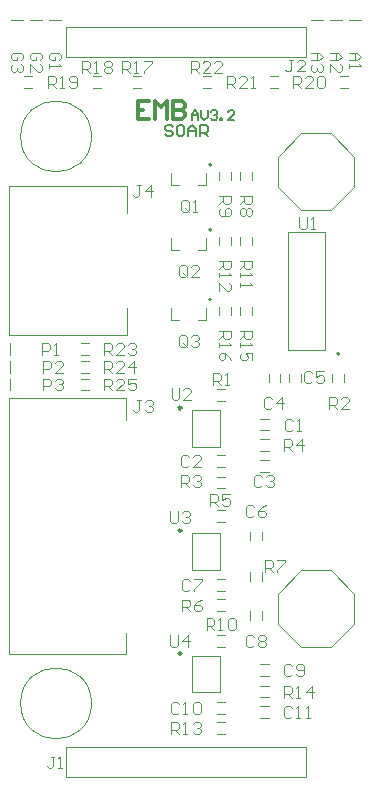
<source format=gto>
G04*
G04 #@! TF.GenerationSoftware,Altium Limited,Altium Designer,20.0.11 (256)*
G04*
G04 Layer_Color=65535*
%FSLAX44Y44*%
%MOMM*%
G71*
G01*
G75*
%ADD10C,0.1000*%
%ADD11C,0.2500*%
%ADD12C,0.2000*%
%ADD13C,0.3000*%
D10*
X70000Y550000D02*
G03*
X70000Y550000I-30000J0D01*
G01*
Y70000D02*
G03*
X70000Y70000I-30000J0D01*
G01*
X99750Y381750D02*
Y404600D01*
X500Y381750D02*
X99750D01*
X500D02*
Y508250D01*
X99750D01*
Y485400D02*
Y508250D01*
X99500Y130000D02*
X99500Y130000D01*
Y111750D02*
Y130000D01*
X99500Y310000D02*
X99500Y310000D01*
Y328250D01*
X500D02*
X99500D01*
X500Y111750D02*
Y328250D01*
Y111750D02*
X99500D01*
X13000Y591000D02*
X20000D01*
X13000Y601000D02*
X20000D01*
X71000Y591000D02*
X78000D01*
X71000Y601000D02*
X78000D01*
X105000Y591000D02*
X112000D01*
X105000Y601000D02*
X112000D01*
X1915Y649000D02*
X11915D01*
X18000D02*
X28000D01*
X34000D02*
X44000D01*
X155500Y79250D02*
X178500D01*
X155500Y110250D02*
X178500D01*
Y79250D02*
Y110250D01*
X155500Y79250D02*
Y110250D01*
Y183250D02*
X178500D01*
X155500Y214250D02*
X178500D01*
Y183250D02*
Y214250D01*
X155500Y183250D02*
Y214250D01*
Y287292D02*
X178500D01*
X155500Y318293D02*
X178500D01*
Y287292D02*
Y318293D01*
X155500Y287292D02*
Y318293D01*
X236000Y469000D02*
X268000D01*
X236000Y369000D02*
X268000D01*
X236000D02*
Y469000D01*
X268000Y369000D02*
Y469000D01*
X61000Y345000D02*
X68000D01*
X61000Y335000D02*
X68000D01*
X61000Y360000D02*
X68000D01*
X61000Y350000D02*
X68000D01*
X61000Y375000D02*
X68000D01*
X61000Y365000D02*
X68000D01*
X164000Y591000D02*
X171000D01*
X164000Y601000D02*
X171000D01*
X221000Y591000D02*
X228000D01*
X221000Y601000D02*
X228000D01*
X280000Y591000D02*
X287000D01*
X280000Y601000D02*
X287000D01*
X178000Y399000D02*
Y406000D01*
X188000Y399000D02*
Y406000D01*
X196000Y399000D02*
Y406000D01*
X206000Y399000D02*
Y406000D01*
X213000Y85042D02*
X220000D01*
X213000Y75043D02*
X220000D01*
X176000Y54000D02*
X183000D01*
X176000Y44000D02*
X183000D01*
X178000Y458000D02*
Y465000D01*
X188000Y458000D02*
Y465000D01*
X196000Y458000D02*
Y465000D01*
X206000Y458000D02*
Y465000D01*
X176000Y118000D02*
X183000D01*
X176000Y128000D02*
X183000D01*
X178000Y513000D02*
Y520000D01*
X188000Y513000D02*
Y520000D01*
X196000Y513000D02*
Y520000D01*
X206000Y513000D02*
Y520000D01*
X214000Y174000D02*
Y181000D01*
X204000Y174000D02*
Y181000D01*
X176000Y158000D02*
X183000D01*
X176000Y148000D02*
X183000D01*
X176000Y223543D02*
X183000D01*
X176000Y233542D02*
X183000D01*
X213000Y294000D02*
X220000D01*
X213000Y284000D02*
X220000D01*
X176000Y262000D02*
X183000D01*
X176000Y252000D02*
X183000D01*
X274000Y342000D02*
Y349000D01*
X284000Y342000D02*
Y349000D01*
X176000Y326000D02*
X183000D01*
X176000Y336000D02*
X183000D01*
X137000Y395000D02*
X144000D01*
X137000D02*
Y405000D01*
X160000Y395000D02*
X167000D01*
Y405000D01*
X137000Y454000D02*
X144000D01*
X137000D02*
Y464000D01*
X160000Y454000D02*
X167000D01*
Y464000D01*
X137000Y509000D02*
X144000D01*
X137000D02*
Y519000D01*
X160000Y509000D02*
X167000D01*
Y519000D01*
X227500Y137500D02*
Y162500D01*
Y137500D02*
X247500Y117500D01*
X227500Y162500D02*
X247500Y182500D01*
X272500D01*
X247500Y117500D02*
X272500D01*
X292500Y137500D02*
Y162500D01*
X272500Y117500D02*
X292500Y137500D01*
X272500Y182500D02*
X292500Y162500D01*
X227500Y507500D02*
Y532500D01*
Y507500D02*
X247500Y487500D01*
X227500Y532500D02*
X247500Y552500D01*
X272500D01*
X247500Y487500D02*
X272500D01*
X292500Y507500D02*
Y532500D01*
X272500Y487500D02*
X292500Y507500D01*
X272500Y552500D02*
X292500Y532500D01*
X251600Y617300D02*
Y642700D01*
X48400D02*
X251600D01*
X48400Y617300D02*
Y642700D01*
Y617300D02*
X251600D01*
Y7300D02*
Y32700D01*
X48400D02*
X251600D01*
X48400Y7300D02*
Y32700D01*
Y7300D02*
X251600D01*
X1000Y335000D02*
Y345000D01*
Y350000D02*
Y360000D01*
Y365000D02*
Y375000D01*
X256000Y649000D02*
X266000D01*
X272000D02*
X282000D01*
X288043D02*
X298043D01*
X213000Y68000D02*
X220000D01*
X213000Y58000D02*
X220000D01*
X176000Y71042D02*
X183000D01*
X176000Y61042D02*
X183000D01*
X213000Y93000D02*
X220000D01*
X213000Y103000D02*
X220000D01*
X204000Y141000D02*
Y148000D01*
X214000Y141000D02*
Y148000D01*
X176000Y175042D02*
X183000D01*
X176000Y165042D02*
X183000D01*
X214000Y208000D02*
Y215000D01*
X204000Y208000D02*
Y215000D01*
X237000Y342000D02*
Y349000D01*
X247000Y342000D02*
Y349000D01*
X219958Y342000D02*
Y349000D01*
X229958Y342000D02*
Y349000D01*
X213000Y276000D02*
X220000D01*
X213000Y266000D02*
X220000D01*
X176000Y280000D02*
X183000D01*
X176000Y270000D02*
X183000D01*
X213000Y301042D02*
X220000D01*
X213000Y311042D02*
X220000D01*
X33000Y591000D02*
Y600997D01*
X37998D01*
X39664Y599331D01*
Y595998D01*
X37998Y594332D01*
X33000D01*
X36332D02*
X39664Y591000D01*
X42997D02*
X46329D01*
X44663D01*
Y600997D01*
X42997Y599331D01*
X51327Y592666D02*
X52994Y591000D01*
X56326D01*
X57992Y592666D01*
Y599331D01*
X56326Y600997D01*
X52994D01*
X51327Y599331D01*
Y597664D01*
X52994Y595998D01*
X57992D01*
X62000Y604000D02*
Y613997D01*
X66998D01*
X68664Y612331D01*
Y608998D01*
X66998Y607332D01*
X62000D01*
X65332D02*
X68664Y604000D01*
X71997D02*
X75329D01*
X73663D01*
Y613997D01*
X71997Y612331D01*
X80327D02*
X81994Y613997D01*
X85326D01*
X86992Y612331D01*
Y610664D01*
X85326Y608998D01*
X86992Y607332D01*
Y605666D01*
X85326Y604000D01*
X81994D01*
X80327Y605666D01*
Y607332D01*
X81994Y608998D01*
X80327Y610664D01*
Y612331D01*
X81994Y608998D02*
X85326D01*
X96000Y604000D02*
Y613997D01*
X100998D01*
X102664Y612331D01*
Y608998D01*
X100998Y607332D01*
X96000D01*
X99332D02*
X102664Y604000D01*
X105997D02*
X109329D01*
X107663D01*
Y613997D01*
X105997Y612331D01*
X114327Y613997D02*
X120992D01*
Y612331D01*
X114327Y605666D01*
Y604000D01*
X10246Y614336D02*
X11912Y616002D01*
Y619334D01*
X10246Y621000D01*
X3581D01*
X1915Y619334D01*
Y616002D01*
X3581Y614336D01*
X6913D01*
Y617668D01*
X10246Y611003D02*
X11912Y609337D01*
Y606005D01*
X10246Y604339D01*
X8579D01*
X6913Y606005D01*
Y607671D01*
Y606005D01*
X5247Y604339D01*
X3581D01*
X1915Y606005D01*
Y609337D01*
X3581Y611003D01*
X26331Y614336D02*
X27997Y616002D01*
Y619334D01*
X26331Y621000D01*
X19666D01*
X18000Y619334D01*
Y616002D01*
X19666Y614336D01*
X22998D01*
Y617668D01*
X18000Y604339D02*
Y611003D01*
X24664Y604339D01*
X26331D01*
X27997Y606005D01*
Y609337D01*
X26331Y611003D01*
X42331Y614336D02*
X43997Y616002D01*
Y619334D01*
X42331Y621000D01*
X35666D01*
X34000Y619334D01*
Y616002D01*
X35666Y614336D01*
X38998D01*
Y617668D01*
X34000Y611003D02*
Y607671D01*
Y609337D01*
X43997D01*
X42331Y611003D01*
X81000Y335000D02*
Y344997D01*
X85998D01*
X87664Y343331D01*
Y339998D01*
X85998Y338332D01*
X81000D01*
X84332D02*
X87664Y335000D01*
X97661D02*
X90997D01*
X97661Y341665D01*
Y343331D01*
X95995Y344997D01*
X92663D01*
X90997Y343331D01*
X107658Y344997D02*
X100993D01*
Y339998D01*
X104326Y341665D01*
X105992D01*
X107658Y339998D01*
Y336666D01*
X105992Y335000D01*
X102660D01*
X100993Y336666D01*
X81000Y350000D02*
Y359997D01*
X85998D01*
X87664Y358331D01*
Y354998D01*
X85998Y353332D01*
X81000D01*
X84332D02*
X87664Y350000D01*
X97661D02*
X90997D01*
X97661Y356665D01*
Y358331D01*
X95995Y359997D01*
X92663D01*
X90997Y358331D01*
X105992Y350000D02*
Y359997D01*
X100993Y354998D01*
X107658D01*
X81000Y365000D02*
Y374997D01*
X85998D01*
X87664Y373331D01*
Y369998D01*
X85998Y368332D01*
X81000D01*
X84332D02*
X87664Y365000D01*
X97661D02*
X90997D01*
X97661Y371665D01*
Y373331D01*
X95995Y374997D01*
X92663D01*
X90997Y373331D01*
X100993D02*
X102660Y374997D01*
X105992D01*
X107658Y373331D01*
Y371665D01*
X105992Y369998D01*
X104326D01*
X105992D01*
X107658Y368332D01*
Y366666D01*
X105992Y365000D01*
X102660D01*
X100993Y366666D01*
X154000Y604000D02*
Y613997D01*
X158998D01*
X160665Y612331D01*
Y608998D01*
X158998Y607332D01*
X154000D01*
X157332D02*
X160665Y604000D01*
X170661D02*
X163997D01*
X170661Y610664D01*
Y612331D01*
X168995Y613997D01*
X165663D01*
X163997Y612331D01*
X180658Y604000D02*
X173994D01*
X180658Y610664D01*
Y612331D01*
X178992Y613997D01*
X175660D01*
X173994Y612331D01*
X185000Y591000D02*
Y600997D01*
X189998D01*
X191665Y599331D01*
Y595998D01*
X189998Y594332D01*
X185000D01*
X188332D02*
X191665Y591000D01*
X201661D02*
X194997D01*
X201661Y597664D01*
Y599331D01*
X199995Y600997D01*
X196663D01*
X194997Y599331D01*
X204994Y591000D02*
X208326D01*
X206660D01*
Y600997D01*
X204994Y599331D01*
X241000Y591000D02*
Y600997D01*
X245998D01*
X247665Y599331D01*
Y595998D01*
X245998Y594332D01*
X241000D01*
X244332D02*
X247665Y591000D01*
X257661D02*
X250997D01*
X257661Y597664D01*
Y599331D01*
X255995Y600997D01*
X252663D01*
X250997Y599331D01*
X260994D02*
X262660Y600997D01*
X265992D01*
X267658Y599331D01*
Y592666D01*
X265992Y591000D01*
X262660D01*
X260994Y592666D01*
Y599331D01*
X29000Y335000D02*
Y344997D01*
X33998D01*
X35665Y343331D01*
Y339998D01*
X33998Y338332D01*
X29000D01*
X38997Y343331D02*
X40663Y344997D01*
X43995D01*
X45661Y343331D01*
Y341665D01*
X43995Y339998D01*
X42329D01*
X43995D01*
X45661Y338332D01*
Y336666D01*
X43995Y335000D01*
X40663D01*
X38997Y336666D01*
X29000Y350000D02*
Y359997D01*
X33998D01*
X35665Y358331D01*
Y354998D01*
X33998Y353332D01*
X29000D01*
X45661Y350000D02*
X38997D01*
X45661Y356665D01*
Y358331D01*
X43995Y359997D01*
X40663D01*
X38997Y358331D01*
X28500Y365000D02*
Y374997D01*
X33498D01*
X35164Y373331D01*
Y369998D01*
X33498Y368332D01*
X28500D01*
X38497Y365000D02*
X41829D01*
X40163D01*
Y374997D01*
X38497Y373331D01*
X256000Y621000D02*
X262665D01*
X265997Y617668D01*
X262665Y614336D01*
X256000D01*
X260998D01*
Y621000D01*
X264331Y611003D02*
X265997Y609337D01*
Y606005D01*
X264331Y604339D01*
X262665D01*
X260998Y606005D01*
Y607671D01*
Y606005D01*
X259332Y604339D01*
X257666D01*
X256000Y606005D01*
Y609337D01*
X257666Y611003D01*
X272000Y621000D02*
X278664D01*
X281997Y617668D01*
X278664Y614336D01*
X272000D01*
X276998D01*
Y621000D01*
X272000Y604339D02*
Y611003D01*
X278664Y604339D01*
X280331D01*
X281997Y606005D01*
Y609337D01*
X280331Y611003D01*
X288043Y621000D02*
X294707D01*
X298039Y617668D01*
X294707Y614336D01*
X288043D01*
X293041D01*
Y621000D01*
X288043Y611003D02*
Y607671D01*
Y609337D01*
X298039D01*
X296373Y611003D01*
X256665Y349331D02*
X254998Y350997D01*
X251666D01*
X250000Y349331D01*
Y342666D01*
X251666Y341000D01*
X254998D01*
X256665Y342666D01*
X266661Y350997D02*
X259997D01*
Y345998D01*
X263329Y347664D01*
X264995D01*
X266661Y345998D01*
Y342666D01*
X264995Y341000D01*
X261663D01*
X259997Y342666D01*
X136520Y127607D02*
Y119276D01*
X138186Y117610D01*
X141518D01*
X143184Y119276D01*
Y127607D01*
X151515Y117610D02*
Y127607D01*
X146517Y122608D01*
X153181D01*
X136520Y232877D02*
Y224546D01*
X138186Y222880D01*
X141518D01*
X143184Y224546D01*
Y232877D01*
X146517Y231211D02*
X148183Y232877D01*
X151515D01*
X153181Y231211D01*
Y229545D01*
X151515Y227878D01*
X149849D01*
X151515D01*
X153181Y226212D01*
Y224546D01*
X151515Y222880D01*
X148183D01*
X146517Y224546D01*
X137790Y336919D02*
Y328589D01*
X139456Y326922D01*
X142788D01*
X144454Y328589D01*
Y336919D01*
X154451Y326922D02*
X147787D01*
X154451Y333587D01*
Y335253D01*
X152785Y336919D01*
X149453D01*
X147787Y335253D01*
X246000Y481997D02*
Y473666D01*
X247666Y472000D01*
X250998D01*
X252665Y473666D01*
Y481997D01*
X255997Y472000D02*
X259329D01*
X257663D01*
Y481997D01*
X255997Y480331D01*
X177920Y385330D02*
X187917D01*
Y380332D01*
X186251Y378666D01*
X182918D01*
X181252Y380332D01*
Y385330D01*
Y381998D02*
X177920Y378666D01*
Y375333D02*
Y372001D01*
Y373667D01*
X187917D01*
X186251Y375333D01*
X187917Y360338D02*
X186251Y363670D01*
X182918Y367003D01*
X179586D01*
X177920Y365336D01*
Y362004D01*
X179586Y360338D01*
X181252D01*
X182918Y362004D01*
Y367003D01*
X195920Y385330D02*
X205917D01*
Y380332D01*
X204251Y378666D01*
X200918D01*
X199252Y380332D01*
Y385330D01*
Y381998D02*
X195920Y378666D01*
Y375333D02*
Y372001D01*
Y373667D01*
X205917D01*
X204251Y375333D01*
X205917Y360338D02*
Y367003D01*
X200918D01*
X202584Y363670D01*
Y362004D01*
X200918Y360338D01*
X197586D01*
X195920Y362004D01*
Y365336D01*
X197586Y367003D01*
X233010Y74963D02*
Y84959D01*
X238008D01*
X239674Y83293D01*
Y79961D01*
X238008Y78295D01*
X233010D01*
X236342D02*
X239674Y74963D01*
X243007D02*
X246339D01*
X244673D01*
Y84959D01*
X243007Y83293D01*
X256336Y74963D02*
Y84959D01*
X251337Y79961D01*
X258002D01*
X137590Y43920D02*
Y53917D01*
X142588D01*
X144255Y52251D01*
Y48918D01*
X142588Y47252D01*
X137590D01*
X140922D02*
X144255Y43920D01*
X147587D02*
X150919D01*
X149253D01*
Y53917D01*
X147587Y52251D01*
X155917D02*
X157584Y53917D01*
X160916D01*
X162582Y52251D01*
Y50585D01*
X160916Y48918D01*
X159250D01*
X160916D01*
X162582Y47252D01*
Y45586D01*
X160916Y43920D01*
X157584D01*
X155917Y45586D01*
X177920Y444330D02*
X187917D01*
Y439332D01*
X186251Y437665D01*
X182918D01*
X181252Y439332D01*
Y444330D01*
Y440998D02*
X177920Y437665D01*
Y434333D02*
Y431001D01*
Y432667D01*
X187917D01*
X186251Y434333D01*
X177920Y419338D02*
Y426003D01*
X184585Y419338D01*
X186251D01*
X187917Y421004D01*
Y424337D01*
X186251Y426003D01*
X195920Y444380D02*
X205917D01*
Y439382D01*
X204251Y437715D01*
X200918D01*
X199252Y439382D01*
Y444380D01*
Y441048D02*
X195920Y437715D01*
Y434383D02*
Y431051D01*
Y432717D01*
X205917D01*
X204251Y434383D01*
X195920Y426053D02*
Y422720D01*
Y424386D01*
X205917D01*
X204251Y426053D01*
X167410Y131890D02*
Y141887D01*
X172408D01*
X174074Y140221D01*
Y136888D01*
X172408Y135222D01*
X167410D01*
X170742D02*
X174074Y131890D01*
X177407D02*
X180739D01*
X179073D01*
Y141887D01*
X177407Y140221D01*
X185737D02*
X187404Y141887D01*
X190736D01*
X192402Y140221D01*
Y133556D01*
X190736Y131890D01*
X187404D01*
X185737Y133556D01*
Y140221D01*
X177920Y499380D02*
X187917D01*
Y494382D01*
X186251Y492715D01*
X182918D01*
X181252Y494382D01*
Y499380D01*
Y496048D02*
X177920Y492715D01*
X179586Y489383D02*
X177920Y487717D01*
Y484385D01*
X179586Y482719D01*
X186251D01*
X187917Y484385D01*
Y487717D01*
X186251Y489383D01*
X184585D01*
X182918Y487717D01*
Y482719D01*
X195920Y499330D02*
X205917D01*
Y494332D01*
X204251Y492665D01*
X200918D01*
X199252Y494332D01*
Y499330D01*
Y495998D02*
X195920Y492665D01*
X204251Y489333D02*
X205917Y487667D01*
Y484335D01*
X204251Y482669D01*
X202584D01*
X200918Y484335D01*
X199252Y482669D01*
X197586D01*
X195920Y484335D01*
Y487667D01*
X197586Y489333D01*
X199252D01*
X200918Y487667D01*
X202584Y489333D01*
X204251D01*
X200918Y487667D02*
Y484335D01*
X217000Y181000D02*
Y190997D01*
X221998D01*
X223664Y189331D01*
Y185998D01*
X221998Y184332D01*
X217000D01*
X220332D02*
X223664Y181000D01*
X226997Y190997D02*
X233661D01*
Y189331D01*
X226997Y182666D01*
Y181000D01*
X146480Y147920D02*
Y157917D01*
X151478D01*
X153145Y156251D01*
Y152918D01*
X151478Y151252D01*
X146480D01*
X149812D02*
X153145Y147920D01*
X163141Y157917D02*
X159809Y156251D01*
X156477Y152918D01*
Y149586D01*
X158143Y147920D01*
X161475D01*
X163141Y149586D01*
Y151252D01*
X161475Y152918D01*
X156477D01*
X170610Y237432D02*
Y247429D01*
X175608D01*
X177274Y245763D01*
Y242431D01*
X175608Y240765D01*
X170610D01*
X173942D02*
X177274Y237432D01*
X187271Y247429D02*
X180607D01*
Y242431D01*
X183939Y244097D01*
X185605D01*
X187271Y242431D01*
Y239099D01*
X185605Y237432D01*
X182273D01*
X180607Y239099D01*
X233000Y284000D02*
Y293997D01*
X237998D01*
X239664Y292331D01*
Y288998D01*
X237998Y287332D01*
X233000D01*
X236332D02*
X239664Y284000D01*
X247995D02*
Y293997D01*
X242997Y288998D01*
X249661D01*
X145820Y253190D02*
Y263187D01*
X150818D01*
X152485Y261521D01*
Y258188D01*
X150818Y256522D01*
X145820D01*
X149152D02*
X152485Y253190D01*
X155817Y261521D02*
X157483Y263187D01*
X160815D01*
X162481Y261521D01*
Y259855D01*
X160815Y258188D01*
X159149D01*
X160815D01*
X162481Y256522D01*
Y254856D01*
X160815Y253190D01*
X157483D01*
X155817Y254856D01*
X271000Y319000D02*
Y328997D01*
X275998D01*
X277665Y327331D01*
Y323998D01*
X275998Y322332D01*
X271000D01*
X274332D02*
X277665Y319000D01*
X287661D02*
X280997D01*
X287661Y325664D01*
Y327331D01*
X285995Y328997D01*
X282663D01*
X280997Y327331D01*
X173150Y339890D02*
Y349887D01*
X178148D01*
X179814Y348221D01*
Y344888D01*
X178148Y343222D01*
X173150D01*
X176482D02*
X179814Y339890D01*
X183147D02*
X186479D01*
X184813D01*
Y349887D01*
X183147Y348221D01*
X150665Y373666D02*
Y380331D01*
X148998Y381997D01*
X145666D01*
X144000Y380331D01*
Y373666D01*
X145666Y372000D01*
X148998D01*
X147332Y375332D02*
X150665Y372000D01*
X148998D02*
X150665Y373666D01*
X153997Y380331D02*
X155663Y381997D01*
X158995D01*
X160661Y380331D01*
Y378665D01*
X158995Y376998D01*
X157329D01*
X158995D01*
X160661Y375332D01*
Y373666D01*
X158995Y372000D01*
X155663D01*
X153997Y373666D01*
X150665Y432666D02*
Y439331D01*
X148998Y440997D01*
X145666D01*
X144000Y439331D01*
Y432666D01*
X145666Y431000D01*
X148998D01*
X147332Y434332D02*
X150665Y431000D01*
X148998D02*
X150665Y432666D01*
X160661Y431000D02*
X153997D01*
X160661Y437664D01*
Y439331D01*
X158995Y440997D01*
X155663D01*
X153997Y439331D01*
X152664Y487666D02*
Y494331D01*
X150998Y495997D01*
X147666D01*
X146000Y494331D01*
Y487666D01*
X147666Y486000D01*
X150998D01*
X149332Y489332D02*
X152664Y486000D01*
X150998D02*
X152664Y487666D01*
X155997Y486000D02*
X159329D01*
X157663D01*
Y495997D01*
X155997Y494331D01*
X111664Y508997D02*
X108332D01*
X109998D01*
Y500666D01*
X108332Y499000D01*
X106666D01*
X105000Y500666D01*
X119995Y499000D02*
Y508997D01*
X114997Y503998D01*
X121661D01*
X111664Y326997D02*
X108332D01*
X109998D01*
Y318666D01*
X108332Y317000D01*
X106666D01*
X105000Y318666D01*
X114997Y325331D02*
X116663Y326997D01*
X119995D01*
X121661Y325331D01*
Y323665D01*
X119995Y321998D01*
X118329D01*
X119995D01*
X121661Y320332D01*
Y318666D01*
X119995Y317000D01*
X116663D01*
X114997Y318666D01*
X240665Y614997D02*
X237332D01*
X238998D01*
Y606666D01*
X237332Y605000D01*
X235666D01*
X234000Y606666D01*
X250661Y605000D02*
X243997D01*
X250661Y611665D01*
Y613331D01*
X248995Y614997D01*
X245663D01*
X243997Y613331D01*
X38665Y24997D02*
X35332D01*
X36998D01*
Y16666D01*
X35332Y15000D01*
X33666D01*
X32000Y16666D01*
X41997Y15000D02*
X45329D01*
X43663D01*
Y24997D01*
X41997Y23331D01*
X239674Y66251D02*
X238008Y67917D01*
X234676D01*
X233010Y66251D01*
Y59586D01*
X234676Y57920D01*
X238008D01*
X239674Y59586D01*
X243007Y57920D02*
X246339D01*
X244673D01*
Y67917D01*
X243007Y66251D01*
X251337Y57920D02*
X254670D01*
X253004D01*
Y67917D01*
X251337Y66251D01*
X144255Y69293D02*
X142588Y70959D01*
X139256D01*
X137590Y69293D01*
Y62629D01*
X139256Y60963D01*
X142588D01*
X144255Y62629D01*
X147587Y60963D02*
X150919D01*
X149253D01*
Y70959D01*
X147587Y69293D01*
X155917D02*
X157584Y70959D01*
X160916D01*
X162582Y69293D01*
Y62629D01*
X160916Y60963D01*
X157584D01*
X155917Y62629D01*
Y69293D01*
X239674Y101251D02*
X238008Y102917D01*
X234676D01*
X233010Y101251D01*
Y94586D01*
X234676Y92920D01*
X238008D01*
X239674Y94586D01*
X243007D02*
X244673Y92920D01*
X248005D01*
X249671Y94586D01*
Y101251D01*
X248005Y102917D01*
X244673D01*
X243007Y101251D01*
Y99585D01*
X244673Y97918D01*
X249671D01*
X207665Y126331D02*
X205998Y127997D01*
X202666D01*
X201000Y126331D01*
Y119666D01*
X202666Y118000D01*
X205998D01*
X207665Y119666D01*
X210997Y126331D02*
X212663Y127997D01*
X215995D01*
X217661Y126331D01*
Y124664D01*
X215995Y122998D01*
X217661Y121332D01*
Y119666D01*
X215995Y118000D01*
X212663D01*
X210997Y119666D01*
Y121332D01*
X212663Y122998D01*
X210997Y124664D01*
Y126331D01*
X212663Y122998D02*
X215995D01*
X153145Y173293D02*
X151478Y174959D01*
X148146D01*
X146480Y173293D01*
Y166629D01*
X148146Y164963D01*
X151478D01*
X153145Y166629D01*
X156477Y174959D02*
X163141D01*
Y173293D01*
X156477Y166629D01*
Y164963D01*
X207665Y236331D02*
X205998Y237997D01*
X202666D01*
X201000Y236331D01*
Y229666D01*
X202666Y228000D01*
X205998D01*
X207665Y229666D01*
X217661Y237997D02*
X214329Y236331D01*
X210997Y232998D01*
Y229666D01*
X212663Y228000D01*
X215995D01*
X217661Y229666D01*
Y231332D01*
X215995Y232998D01*
X210997D01*
X222622Y327331D02*
X220956Y328997D01*
X217624D01*
X215958Y327331D01*
Y320666D01*
X217624Y319000D01*
X220956D01*
X222622Y320666D01*
X230953Y319000D02*
Y328997D01*
X225954Y323998D01*
X232619D01*
X214664Y261331D02*
X212998Y262997D01*
X209666D01*
X208000Y261331D01*
Y254666D01*
X209666Y253000D01*
X212998D01*
X214664Y254666D01*
X217997Y261331D02*
X219663Y262997D01*
X222995D01*
X224661Y261331D01*
Y259664D01*
X222995Y257998D01*
X221329D01*
X222995D01*
X224661Y256332D01*
Y254666D01*
X222995Y253000D01*
X219663D01*
X217997Y254666D01*
X152485Y278251D02*
X150818Y279917D01*
X147486D01*
X145820Y278251D01*
Y271586D01*
X147486Y269920D01*
X150818D01*
X152485Y271586D01*
X162481Y269920D02*
X155817D01*
X162481Y276584D01*
Y278251D01*
X160815Y279917D01*
X157483D01*
X155817Y278251D01*
X240334Y309293D02*
X238668Y310959D01*
X235336D01*
X233670Y309293D01*
Y302629D01*
X235336Y300963D01*
X238668D01*
X240334Y302629D01*
X243667Y300963D02*
X246999D01*
X245333D01*
Y310959D01*
X243667Y309293D01*
D11*
X146250Y112250D02*
G03*
X146250Y112250I-1250J0D01*
G01*
Y216250D02*
G03*
X146250Y216250I-1250J0D01*
G01*
Y320293D02*
G03*
X146250Y320293I-1250J0D01*
G01*
D12*
X280000Y366050D02*
G03*
X280000Y366050I-1000J0D01*
G01*
X171500Y412000D02*
G03*
X171500Y412000I-1000J0D01*
G01*
X171500Y471000D02*
G03*
X171500Y471000I-1000J0D01*
G01*
X171500Y526000D02*
G03*
X171500Y526000I-1000J0D01*
G01*
X155000Y564000D02*
Y569332D01*
X157666Y571997D01*
X160332Y569332D01*
Y564000D01*
Y567999D01*
X155000D01*
X162997Y571997D02*
Y566666D01*
X165663Y564000D01*
X168329Y566666D01*
Y571997D01*
X170995Y570664D02*
X172328Y571997D01*
X174994D01*
X176326Y570664D01*
Y569332D01*
X174994Y567999D01*
X173661D01*
X174994D01*
X176326Y566666D01*
Y565333D01*
X174994Y564000D01*
X172328D01*
X170995Y565333D01*
X178992Y564000D02*
Y565333D01*
X180325D01*
Y564000D01*
X178992D01*
X190988D02*
X185657D01*
X190988Y569332D01*
Y570664D01*
X189655Y571997D01*
X186990D01*
X185657Y570664D01*
X138665Y558331D02*
X136998Y559997D01*
X133666D01*
X132000Y558331D01*
Y556665D01*
X133666Y554998D01*
X136998D01*
X138665Y553332D01*
Y551666D01*
X136998Y550000D01*
X133666D01*
X132000Y551666D01*
X146995Y559997D02*
X143663D01*
X141997Y558331D01*
Y551666D01*
X143663Y550000D01*
X146995D01*
X148661Y551666D01*
Y558331D01*
X146995Y559997D01*
X151994Y550000D02*
Y556665D01*
X155326Y559997D01*
X158658Y556665D01*
Y550000D01*
Y554998D01*
X151994D01*
X161990Y550000D02*
Y559997D01*
X166989D01*
X168655Y558331D01*
Y554998D01*
X166989Y553332D01*
X161990D01*
X165323D02*
X168655Y550000D01*
D13*
X118997Y579995D02*
X109000D01*
Y565000D01*
X118997D01*
X109000Y572498D02*
X113998D01*
X123995Y565000D02*
Y579995D01*
X128994Y574997D01*
X133992Y579995D01*
Y565000D01*
X138990Y579995D02*
Y565000D01*
X146488D01*
X148987Y567499D01*
Y569998D01*
X146488Y572498D01*
X138990D01*
X146488D01*
X148987Y574997D01*
Y577496D01*
X146488Y579995D01*
X138990D01*
M02*

</source>
